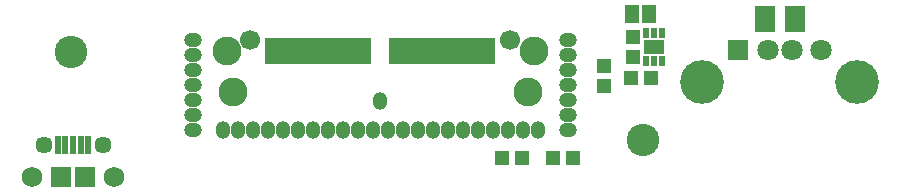
<source format=gbr>
G04 DipTrace 2.4.0.2*
%INTopMask.gbr*%
%MOIN*%
%ADD48C,0.0669*%
%ADD49C,0.1083*%
%ADD58R,0.0699X0.0899*%
%ADD62R,0.0709X0.0472*%
%ADD64R,0.0197X0.0354*%
%ADD70R,0.0472X0.061*%
%ADD72O,0.0495X0.0591*%
%ADD74O,0.0591X0.0495*%
%ADD76R,0.0669X0.0669*%
%ADD78C,0.0689*%
%ADD80C,0.0571*%
%ADD82R,0.0236X0.061*%
%ADD84C,0.1457*%
%ADD86C,0.0709*%
%ADD88R,0.0709X0.0709*%
%ADD90C,0.0965*%
%ADD92R,0.0205X0.0906*%
%ADD94R,0.0512X0.0472*%
%ADD96R,0.0472X0.0512*%
%FSLAX44Y44*%
G04*
G70*
G90*
G75*
G01*
%LNTopMask*%
%LPD*%
D96*
X24990Y9183D3*
Y8514D3*
D94*
X25588Y7815D3*
X24918D3*
D92*
X20305Y8690D3*
X20108D3*
X19911D3*
X19714D3*
X19518D3*
X19321D3*
X19124D3*
X18927D3*
X18730D3*
X18533D3*
X18336D3*
X18140D3*
X17943D3*
X17746D3*
X17549D3*
X17352D3*
X17155D3*
X16959D3*
X16171D3*
X15974D3*
X15777D3*
X15581D3*
X15384D3*
X15187D3*
X14990D3*
X14793D3*
X14596D3*
X14399D3*
X14203D3*
X14006D3*
X13809D3*
X13612D3*
X13415D3*
X13218D3*
X13022D3*
X12825D3*
D90*
X21480Y7334D3*
X11455Y8690D3*
X11662Y7342D3*
X21690Y8690D3*
D48*
X20905Y9084D3*
X12224D3*
D88*
X28505Y8755D3*
D86*
X29489D3*
X30276D3*
X31261D3*
D84*
X27296Y7688D3*
X32469D3*
D82*
X5815Y5565D3*
X6071D3*
X6327D3*
X6583D3*
X6838D3*
D80*
X5342D3*
X7311D3*
D78*
X4949Y4502D3*
X7705D3*
D76*
X5933D3*
X6720D3*
D74*
X10315Y9065D3*
Y8565D3*
Y8065D3*
Y7565D3*
Y7065D3*
Y6565D3*
Y6065D3*
D72*
X11315D3*
X11815D3*
X12315D3*
X12815D3*
X13315D3*
X13815D3*
X14315D3*
X14815D3*
X15315D3*
X15815D3*
X16315D3*
X16815D3*
X17315D3*
X17815D3*
X18315D3*
X18815D3*
X19315D3*
X19815D3*
X20315D3*
X20815D3*
X21315D3*
X21815D3*
D74*
X22815D3*
Y6565D3*
Y7065D3*
Y7565D3*
Y8065D3*
Y8565D3*
Y9065D3*
D70*
X24940Y9940D3*
X25531D3*
D96*
X24034Y8192D3*
Y7522D3*
D94*
X20627Y5127D3*
X21297D3*
X23002D3*
X22333D3*
D64*
X25940Y9315D3*
X25684D3*
X25428D3*
Y8370D3*
X25684D3*
X25940D3*
D62*
X25684Y8843D3*
D49*
X25311Y5725D3*
D72*
X16561Y7050D3*
D58*
X30386Y9774D3*
X29386D3*
D49*
X6251Y8675D3*
M02*

</source>
